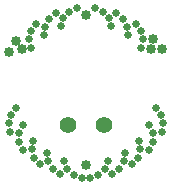
<source format=gbs>
G75*
%MOIN*%
%OFA0B0*%
%FSLAX25Y25*%
%IPPOS*%
%LPD*%
%AMOC8*
5,1,8,0,0,1.08239X$1,22.5*
%
%ADD10C,0.05518*%
%ADD11C,0.03353*%
%ADD12C,0.02500*%
D10*
X0048691Y0048100D03*
X0060502Y0048100D03*
D11*
X0054596Y0034911D03*
X0033258Y0073494D03*
X0031171Y0076250D03*
X0028967Y0072667D03*
X0054596Y0084911D03*
X0077037Y0077037D03*
X0076250Y0073494D03*
X0079793Y0073494D03*
D12*
X0033568Y0039913D03*
X0032384Y0042555D03*
X0032280Y0045477D03*
X0033492Y0048126D03*
X0029559Y0051711D03*
X0031415Y0053957D03*
X0028904Y0048862D03*
X0029363Y0046004D03*
X0036522Y0040159D03*
X0037006Y0043032D03*
X0037379Y0037364D03*
X0039205Y0035118D03*
X0041995Y0036121D03*
X0043546Y0033643D03*
X0045892Y0031946D03*
X0048327Y0033636D03*
X0050467Y0031644D03*
X0053172Y0030612D03*
X0056021Y0030612D03*
X0058726Y0031644D03*
X0060866Y0033636D03*
X0061882Y0036366D03*
X0063301Y0031946D03*
X0065647Y0033643D03*
X0067198Y0036121D03*
X0067473Y0039021D03*
X0069988Y0035118D03*
X0071814Y0037364D03*
X0072671Y0040159D03*
X0072187Y0043032D03*
X0075625Y0039913D03*
X0076809Y0042555D03*
X0076913Y0045477D03*
X0075701Y0048126D03*
X0079830Y0046004D03*
X0080289Y0048862D03*
X0079634Y0051711D03*
X0077778Y0053957D03*
X0072994Y0073880D03*
X0073629Y0076723D03*
X0072919Y0079559D03*
X0071213Y0081898D03*
X0068374Y0081043D03*
X0066955Y0083598D03*
X0064701Y0085416D03*
X0062181Y0083855D03*
X0063053Y0081076D03*
X0060148Y0085956D03*
X0057501Y0087129D03*
X0051692Y0087129D03*
X0049045Y0085956D03*
X0047012Y0083855D03*
X0046140Y0081076D03*
X0044492Y0085416D03*
X0042238Y0083598D03*
X0040819Y0081043D03*
X0040695Y0078132D03*
X0037980Y0081898D03*
X0036274Y0079559D03*
X0035564Y0076723D03*
X0036199Y0073880D03*
X0068497Y0078132D03*
X0041720Y0039021D03*
X0047311Y0036366D03*
M02*

</source>
